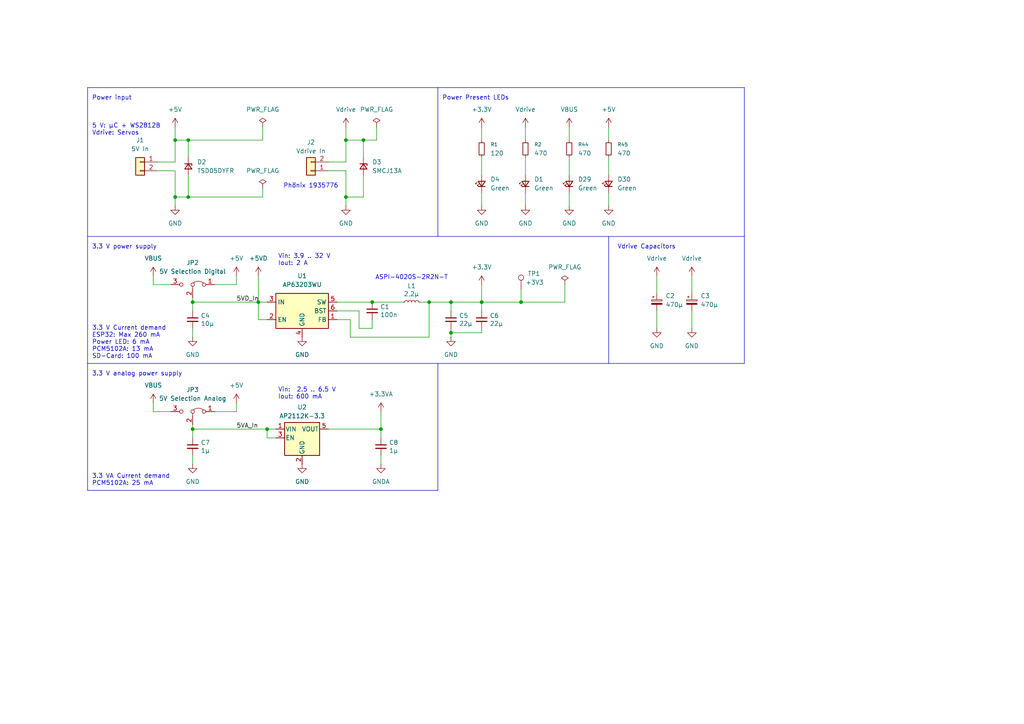
<source format=kicad_sch>
(kicad_sch (version 20250114) (generator "eeschema") (generator_version "9.0")
  (paper "A4")
  (lib_symbols
    (symbol "Connector:TestPoint" (pin_numbers (hide yes)) (pin_names (offset 0.762) (hide yes))
      (property "Reference" "TP" (at 0 6.858 0))
      (property "Value" "TestPoint" (at 0 5.08 0))
      (symbol "TestPoint_0_1"
        (circle (center 0 3.302) (radius 0.762))
      )
      (symbol "TestPoint_1_1"
        (pin passive line (at 0 0 90) (length 2.54) (name "1") (number "1"))
      )
    )
    (symbol "Connector_Generic:Conn_01x02" (pin_names (offset 1.016) (hide yes))
      (property "Reference" "J" (at 0 2.54 0))
      (property "Value" "Conn_01x02" (at 0 -5.08 0))
      (symbol "Conn_01x02_1_1"
        (rectangle (start -1.27 1.27) (end 1.27 -3.81) (stroke (width 0.254)) (fill (type background)))
        (rectangle (start -1.27 0.127) (end 0 -0.127) (stroke (width 0.1524)))
        (rectangle (start -1.27 -2.413) (end 0 -2.667) (stroke (width 0.1524)))
        (pin passive line (at -5.08 0 0) (length 3.81) (name "Pin_1") (number "1"))
        (pin passive line (at -5.08 -2.54 0) (length 3.81) (name "Pin_2") (number "2"))
      )
    )
    (symbol "Device:C_Polarized_Small" (pin_numbers (hide yes)) (pin_names (offset 0.254) (hide yes))
      (property "Reference" "C" (at 0.254 1.778 0))
      (property "Value" "C_Polarized_Small" (at 0.254 -2.032 0))
      (symbol "C_Polarized_Small_0_1"
        (rectangle (start -1.524 0.6858) (end 1.524 0.3048))
        (rectangle (start -1.524 -0.3048) (end 1.524 -0.6858) (fill (type outline)))
        (polyline (pts (xy -1.27 1.524) (xy -0.762 1.524)))
        (polyline (pts (xy -1.016 1.27) (xy -1.016 1.778)))
      )
      (symbol "C_Polarized_Small_1_1"
        (pin passive line (at 0 2.54 270) (length 1.8542) (name "~") (number "1"))
        (pin passive line (at 0 -2.54 90) (length 1.8542) (name "~") (number "2"))
      )
    )
    (symbol "Device:C_Small" (pin_numbers (hide yes)) (pin_names (offset 0.254) (hide yes))
      (property "Reference" "C" (at 0.254 1.778 0))
      (property "Value" "C_Small" (at 0.254 -2.032 0))
      (symbol "C_Small_0_1"
        (polyline (pts (xy -1.524 0.508) (xy 1.524 0.508)) (stroke (width 0.3048)))
        (polyline (pts (xy -1.524 -0.508) (xy 1.524 -0.508)) (stroke (width 0.3302)))
      )
      (symbol "C_Small_1_1"
        (pin passive line (at 0 2.54 270) (length 2.032) (name "~") (number "1"))
        (pin passive line (at 0 -2.54 90) (length 2.032) (name "~") (number "2"))
      )
    )
    (symbol "Device:D_Zener_Small" (pin_numbers (hide yes)) (pin_names (offset 0.254) (hide yes))
      (property "Reference" "D" (at 0 2.286 0))
      (property "Value" "D_Zener_Small" (at 0 -2.286 0))
      (symbol "D_Zener_Small_0_1"
        (polyline (pts (xy -0.254 1.016) (xy -0.762 1.016) (xy -0.762 -1.016)) (stroke (width 0.254)))
        (polyline (pts (xy 0.762 1.016) (xy -0.762 0) (xy 0.762 -1.016) (xy 0.762 1.016)) (stroke (width 0.254)))
        (polyline (pts (xy 0.762 0) (xy -0.762 0)))
      )
      (symbol "D_Zener_Small_1_1"
        (pin passive line (at -2.54 0 0) (length 1.778) (name "K") (number "1"))
        (pin passive line (at 2.54 0 180) (length 1.778) (name "A") (number "2"))
      )
    )
    (symbol "Device:L_Small" (pin_numbers (hide yes)) (pin_names (offset 0.254) (hide yes))
      (property "Reference" "L" (at 0.762 1.016 0))
      (property "Value" "L_Small" (at 0.762 -1.016 0))
      (symbol "L_Small_0_1"
        (arc (start 0 2.032) (mid 0.5058 1.524) (end 0 1.016))
        (arc (start 0 1.016) (mid 0.5058 0.508) (end 0 0))
        (arc (start 0 0) (mid 0.5058 -0.508) (end 0 -1.016))
        (arc (start 0 -1.016) (mid 0.5058 -1.524) (end 0 -2.032))
      )
      (symbol "L_Small_1_1"
        (pin passive line (at 0 2.54 270) (length 0.508) (name "~") (number "1"))
        (pin passive line (at 0 -2.54 90) (length 0.508) (name "~") (number "2"))
      )
    )
    (symbol "GND_1" (power) (pin_numbers (hide yes)) (pin_names (offset 0) (hide yes))
      (property "Value" "GND" (at 0 -3.81 0))
      (symbol "GND_1_0_1"
        (polyline (pts (xy 0 0) (xy 0 -1.27) (xy 1.27 -1.27) (xy 0 -2.54) (xy -1.27 -1.27) (xy 0 -1.27)))
      )
      (symbol "GND_1_1_1"
        (pin power_in line (at 0 0 270) (length 0) (name "~") (number "1"))
      )
    )
    (symbol "Jumper:Jumper_3_Bridged12" (pin_names (offset 0) (hide yes)) (in_bom no)
      (property "Reference" "JP" (at -2.54 -2.54 0))
      (property "Value" "Jumper_3_Bridged12" (at 0 2.794 0))
      (symbol "Jumper_3_Bridged12_0_0"
        (circle (center -3.302 0) (radius 0.508))
        (circle (center 0 0) (radius 0.508))
        (circle (center 3.302 0) (radius 0.508))
      )
      (symbol "Jumper_3_Bridged12_0_1"
        (arc (start -3.048 0.508) (mid -1.651 0.9912) (end -0.254 0.508))
        (polyline (pts (xy 0 -1.27) (xy 0 -0.508)))
      )
      (symbol "Jumper_3_Bridged12_1_1"
        (pin passive line (at -6.35 0 0) (length 2.54) (name "A") (number "1"))
        (pin passive line (at 0 -3.81 90) (length 2.54) (name "C") (number "2"))
        (pin passive line (at 6.35 0 180) (length 2.54) (name "B") (number "3"))
      )
    )
    (symbol "LED_Small_1" (pin_numbers (hide yes)) (pin_names (offset 0.254) (hide yes))
      (property "Reference" "D" (at -1.27 3.175 0))
      (property "Value" "LED_Small" (at -4.445 -2.54 0))
      (symbol "LED_Small_1_0_1"
        (polyline (pts (xy -0.762 -1.016) (xy -0.762 1.016)) (stroke (width 0.254)))
        (polyline (pts (xy 0 0.762) (xy -0.508 1.27) (xy -0.254 1.27) (xy -0.508 1.27) (xy -0.508 1.016)))
        (polyline (pts (xy 0.508 1.27) (xy 0 1.778) (xy 0.254 1.778) (xy 0 1.778) (xy 0 1.524)))
        (polyline (pts (xy 0.762 -1.016) (xy -0.762 0) (xy 0.762 1.016) (xy 0.762 -1.016)) (stroke (width 0.254)))
        (polyline (pts (xy 1.016 0) (xy -0.762 0)))
      )
      (symbol "LED_Small_1_1_1"
        (pin passive line (at -2.54 0 0) (length 1.778) (name "K") (number "1"))
        (pin passive line (at 2.54 0 180) (length 1.778) (name "A") (number "2"))
      )
    )
    (symbol "R_Small_1" (pin_numbers (hide yes)) (pin_names (offset 0.254) (hide yes))
      (property "Reference" "R" (at 0 0 90))
      (property "Value" "R_Small" (at 1.778 0 90))
      (symbol "R_Small_1_0_1"
        (rectangle (start -0.762 1.778) (end 0.762 -1.778) (stroke (width 0.2032)))
      )
      (symbol "R_Small_1_1_1"
        (pin passive line (at 0 2.54 270) (length 0.762) (name "~") (number "1"))
        (pin passive line (at 0 -2.54 90) (length 0.762) (name "~") (number "2"))
      )
    )
    (symbol "Regulator_Linear:AP2112K-3.3" (pin_names (offset 0.254))
      (property "Reference" "U" (at -5.08 5.715 0))
      (property "Value" "AP2112K-3.3" (at 0 5.715 0))
      (symbol "AP2112K-3.3_0_1"
        (rectangle (start -5.08 4.445) (end 5.08 -5.08) (stroke (width 0.254)) (fill (type background)))
      )
      (symbol "AP2112K-3.3_1_1"
        (pin power_in line (at -7.62 2.54 0) (length 2.54) (name "VIN") (number "1"))
        (pin input line (at -7.62 0 0) (length 2.54) (name "EN") (number "3"))
        (pin power_in line (at 0 -7.62 90) (length 2.54) (name "GND") (number "2"))
        (pin no_connect line (at 5.08 0 180) (length 2.54) (hide yes) (name "NC") (number "4"))
        (pin power_out line (at 7.62 2.54 180) (length 2.54) (name "VOUT") (number "5"))
      )
    )
    (symbol "Regulator_Switching:AP63203WU"
      (property "Reference" "U" (at -7.62 6.35 0))
      (property "Value" "AP63203WU" (at 2.54 6.35 0))
      (symbol "AP63203WU_0_1"
        (rectangle (start -7.62 5.08) (end 7.62 -5.08) (stroke (width 0.254)) (fill (type background)))
      )
      (symbol "AP63203WU_1_1"
        (pin power_in line (at -10.16 2.54 0) (length 2.54) (name "IN") (number "3"))
        (pin input line (at -10.16 -2.54 0) (length 2.54) (name "EN") (number "2"))
        (pin power_in line (at 0 -7.62 90) (length 2.54) (name "GND") (number "4"))
        (pin output line (at 10.16 2.54 180) (length 2.54) (name "SW") (number "5"))
        (pin passive line (at 10.16 0 180) (length 2.54) (name "BST") (number "6"))
        (pin input line (at 10.16 -2.54 180) (length 2.54) (name "FB") (number "1"))
      )
    )
    (symbol "power:+3.3V" (power) (pin_numbers (hide yes)) (pin_names (offset 0) (hide yes))
      (property "Value" "+3.3V" (at 0 3.556 0))
      (symbol "+3.3V_0_1"
        (polyline (pts (xy -0.762 1.27) (xy 0 2.54)))
        (polyline (pts (xy 0 2.54) (xy 0.762 1.27)))
        (polyline (pts (xy 0 0) (xy 0 2.54)))
      )
      (symbol "+3.3V_1_1"
        (pin power_in line (at 0 0 90) (length 0) (name "~") (number "1"))
      )
    )
    (symbol "power:+3.3VA" (power) (pin_numbers (hide yes)) (pin_names (offset 0) (hide yes))
      (property "Value" "+3.3VA" (at 0 3.556 0))
      (symbol "+3.3VA_0_1"
        (polyline (pts (xy -0.762 1.27) (xy 0 2.54)))
        (polyline (pts (xy 0 2.54) (xy 0.762 1.27)))
        (polyline (pts (xy 0 0) (xy 0 2.54)))
      )
      (symbol "+3.3VA_1_1"
        (pin power_in line (at 0 0 90) (length 0) (name "~") (number "1"))
      )
    )
    (symbol "power:+5V" (power) (pin_numbers (hide yes)) (pin_names (offset 0) (hide yes))
      (property "Value" "+5V" (at 0 3.556 0))
      (symbol "+5V_0_1"
        (polyline (pts (xy -0.762 1.27) (xy 0 2.54)))
        (polyline (pts (xy 0 2.54) (xy 0.762 1.27)))
        (polyline (pts (xy 0 0) (xy 0 2.54)))
      )
      (symbol "+5V_1_1"
        (pin power_in line (at 0 0 90) (length 0) (name "~") (number "1"))
      )
    )
    (symbol "power:+5VD" (power) (pin_numbers (hide yes)) (pin_names (offset 0) (hide yes))
      (property "Value" "+5VD" (at 0 3.556 0))
      (symbol "+5VD_0_1"
        (polyline (pts (xy -0.762 1.27) (xy 0 2.54)))
        (polyline (pts (xy 0 2.54) (xy 0.762 1.27)))
        (polyline (pts (xy 0 0) (xy 0 2.54)))
      )
      (symbol "+5VD_1_1"
        (pin power_in line (at 0 0 90) (length 0) (name "~") (number "1"))
      )
    )
    (symbol "power:GNDA" (power) (pin_numbers (hide yes)) (pin_names (offset 0) (hide yes))
      (property "Value" "GNDA" (at 0 -3.81 0))
      (symbol "GNDA_0_1"
        (polyline (pts (xy 0 0) (xy 0 -1.27) (xy 1.27 -1.27) (xy 0 -2.54) (xy -1.27 -1.27) (xy 0 -1.27)))
      )
      (symbol "GNDA_1_1"
        (pin power_in line (at 0 0 270) (length 0) (name "~") (number "1"))
      )
    )
    (symbol "power:PWR_FLAG" (power) (pin_numbers (hide yes)) (pin_names (offset 0) (hide yes))
      (property "Value" "PWR_FLAG" (at 0 3.81 0))
      (symbol "PWR_FLAG_0_0"
        (pin power_out line (at 0 0 90) (length 0) (name "~") (number "1"))
      )
      (symbol "PWR_FLAG_0_1"
        (polyline (pts (xy 0 0) (xy 0 1.27) (xy -1.016 1.905) (xy 0 2.54) (xy 1.016 1.905) (xy 0 1.27)))
      )
    )
    (symbol "power:VBUS" (power) (pin_numbers (hide yes)) (pin_names (offset 0) (hide yes))
      (property "Value" "VBUS" (at 0 3.556 0))
      (symbol "VBUS_0_1"
        (polyline (pts (xy -0.762 1.27) (xy 0 2.54)))
        (polyline (pts (xy 0 2.54) (xy 0.762 1.27)))
        (polyline (pts (xy 0 0) (xy 0 2.54)))
      )
      (symbol "VBUS_1_1"
        (pin power_in line (at 0 0 90) (length 0) (name "~") (number "1"))
      )
    )
    (symbol "power:Vdrive" (power) (pin_numbers (hide yes)) (pin_names (offset 0) (hide yes))
      (property "Value" "Vdrive" (at 0 3.556 0))
      (symbol "Vdrive_0_1"
        (polyline (pts (xy -0.762 1.27) (xy 0 2.54)))
        (polyline (pts (xy 0 2.54) (xy 0.762 1.27)))
        (polyline (pts (xy 0 0) (xy 0 2.54)))
      )
      (symbol "Vdrive_1_1"
        (pin power_in line (at 0 0 90) (length 0) (name "~") (number "1"))
      )
    )
  )
  (text "Power Present LEDs" (at 128.27 29.21 0) (effects (font (size 1.27 1.27)) (justify left bottom)))
  (text "Vdrive Capacitors" (at 179.07 72.39 0) (effects (font (size 1.27 1.27)) (justify left bottom)))
  (text "Phönix 1935776" (at 90.17 53.975 0) (effects (font (size 1.27 1.27))))
  (text "Power input" (at 26.67 29.21 0) (effects (font (size 1.27 1.27)) (justify left bottom)))
  (text "Vin:  2.5 .. 6.5 V\nIout: 600 mA" (at 80.645 112.395 0) (effects (font (size 1.27 1.27)) (justify left top)))
  (text "ASPI-4020S-2R2N-T" (at 119.38 81.28 0) (effects (font (size 1.27 1.27)) (justify bottom)))
  (text "3.3 V Current demand\nESP32: Max 260 mA\nPower LED: 6 mA\nPCM5102A: 13 mA\nSD-Card: 100 mA" (at 26.67 104.14 0) (effects (font (size 1.27 1.27)) (justify left bottom)))
  (text "5 V: µC + WS2812B\nVdrive: Servos" (at 26.67 39.37 0) (effects (font (size 1.27 1.27)) (justify left bottom)))
  (text "3.3 V power supply" (at 26.67 72.39 0) (effects (font (size 1.27 1.27)) (justify left bottom)))
  (text "Vin: 3.9 .. 32 V\nIout: 2 A" (at 80.645 73.66 0) (effects (font (size 1.27 1.27)) (justify left top)))
  (text "3.3 VA Current demand\nPCM5102A: 25 mA" (at 26.67 140.97 0) (effects (font (size 1.27 1.27)) (justify left bottom)))
  (text "3.3 V analog power supply" (at 26.67 109.22 0) (effects (font (size 1.27 1.27)) (justify left bottom)))
  (junction (at 100.33 57.15))
  (junction (at 124.46 87.63))
  (junction (at 100.33 40.64))
  (junction (at 74.93 87.63))
  (junction (at 130.81 96.52))
  (junction (at 50.8 57.15))
  (junction (at 105.41 40.64))
  (junction (at 50.8 40.64))
  (junction (at 77.47 124.46))
  (junction (at 110.49 124.46))
  (junction (at 55.88 124.46))
  (junction (at 151.13 87.63))
  (junction (at 55.88 87.63))
  (junction (at 54.61 40.64))
  (junction (at 54.61 57.15))
  (junction (at 139.7 87.63))
  (junction (at 130.81 87.63))
  (junction (at 107.95 87.63))
  (wire (pts (xy 97.79 87.63) (xy 107.95 87.63)))
  (wire (pts (xy 77.47 92.71) (xy 74.93 92.71)))
  (wire (pts (xy 165.1 55.88) (xy 165.1 59.69)))
  (wire (pts (xy 110.49 124.46) (xy 110.49 127)))
  (wire (pts (xy 54.61 40.64) (xy 50.8 40.64)))
  (wire (pts (xy 200.66 85.09) (xy 200.66 80.01)))
  (wire (pts (xy 190.5 85.09) (xy 190.5 80.01)))
  (wire (pts (xy 77.47 124.46) (xy 55.88 124.46)))
  (wire (pts (xy 55.88 132.08) (xy 55.88 134.62)))
  (polyline (pts (xy 215.9 25.4) (xy 25.4 25.4)))
  (wire (pts (xy 130.81 95.25) (xy 130.81 96.52)))
  (wire (pts (xy 130.81 87.63) (xy 130.81 90.17)))
  (wire (pts (xy 80.01 127) (xy 77.47 127)))
  (wire (pts (xy 163.83 82.55) (xy 163.83 87.63)))
  (wire (pts (xy 105.41 57.15) (xy 100.33 57.15)))
  (wire (pts (xy 152.4 36.83) (xy 152.4 40.64)))
  (wire (pts (xy 76.2 40.64) (xy 54.61 40.64)))
  (wire (pts (xy 200.66 95.25) (xy 200.66 90.17)))
  (wire (pts (xy 97.79 92.71) (xy 101.6 92.71)))
  (wire (pts (xy 105.41 50.8) (xy 105.41 57.15)))
  (wire (pts (xy 97.79 90.17) (xy 104.14 90.17)))
  (wire (pts (xy 107.95 95.25) (xy 107.95 92.71)))
  (wire (pts (xy 139.7 45.72) (xy 139.7 50.8)))
  (wire (pts (xy 80.01 124.46) (xy 77.47 124.46)))
  (polyline (pts (xy 25.4 105.41) (xy 25.4 142.24)))
  (wire (pts (xy 104.14 90.17) (xy 104.14 95.25)))
  (wire (pts (xy 95.25 46.99) (xy 100.33 46.99)))
  (wire (pts (xy 151.13 83.82) (xy 151.13 87.63)))
  (wire (pts (xy 76.2 54.61) (xy 76.2 57.15)))
  (wire (pts (xy 165.1 36.83) (xy 165.1 40.64)))
  (wire (pts (xy 76.2 57.15) (xy 54.61 57.15)))
  (wire (pts (xy 54.61 50.8) (xy 54.61 57.15)))
  (wire (pts (xy 165.1 45.72) (xy 165.1 50.8)))
  (polyline (pts (xy 25.4 68.58) (xy 25.4 105.41)))
  (wire (pts (xy 139.7 87.63) (xy 151.13 87.63)))
  (wire (pts (xy 124.46 87.63) (xy 130.81 87.63)))
  (wire (pts (xy 100.33 57.15) (xy 100.33 59.69)))
  (wire (pts (xy 74.93 87.63) (xy 77.47 87.63)))
  (wire (pts (xy 77.47 127) (xy 77.47 124.46)))
  (wire (pts (xy 50.8 46.99) (xy 50.8 40.64)))
  (wire (pts (xy 68.58 119.38) (xy 68.58 116.84)))
  (wire (pts (xy 49.53 119.38) (xy 44.45 119.38)))
  (polyline (pts (xy 215.9 68.58) (xy 215.9 25.4)))
  (wire (pts (xy 49.53 82.55) (xy 44.45 82.55)))
  (wire (pts (xy 105.41 40.64) (xy 105.41 45.72)))
  (wire (pts (xy 100.33 40.64) (xy 100.33 36.83)))
  (polyline (pts (xy 127 142.24) (xy 25.4 142.24)))
  (wire (pts (xy 121.92 87.63) (xy 124.46 87.63)))
  (polyline (pts (xy 127 25.4) (xy 127 68.58)))
  (wire (pts (xy 152.4 45.72) (xy 152.4 50.8)))
  (wire (pts (xy 44.45 119.38) (xy 44.45 116.84)))
  (wire (pts (xy 95.25 49.53) (xy 100.33 49.53)))
  (polyline (pts (xy 215.9 105.41) (xy 25.4 105.41)))
  (wire (pts (xy 176.53 55.88) (xy 176.53 59.69)))
  (wire (pts (xy 104.14 95.25) (xy 107.95 95.25)))
  (wire (pts (xy 152.4 55.88) (xy 152.4 59.69)))
  (wire (pts (xy 109.22 36.83) (xy 109.22 40.64)))
  (wire (pts (xy 139.7 87.63) (xy 130.81 87.63)))
  (wire (pts (xy 68.58 82.55) (xy 68.58 80.01)))
  (wire (pts (xy 76.2 36.83) (xy 76.2 40.64)))
  (wire (pts (xy 45.72 49.53) (xy 50.8 49.53)))
  (wire (pts (xy 139.7 55.88) (xy 139.7 59.69)))
  (wire (pts (xy 55.88 86.36) (xy 55.88 87.63)))
  (wire (pts (xy 100.33 49.53) (xy 100.33 57.15)))
  (wire (pts (xy 176.53 45.72) (xy 176.53 50.8)))
  (wire (pts (xy 95.25 124.46) (xy 110.49 124.46)))
  (wire (pts (xy 54.61 57.15) (xy 50.8 57.15)))
  (polyline (pts (xy 215.9 68.58) (xy 215.9 105.41)))
  (wire (pts (xy 44.45 82.55) (xy 44.45 80.01)))
  (wire (pts (xy 55.88 90.17) (xy 55.88 87.63)))
  (wire (pts (xy 74.93 87.63) (xy 74.93 92.71)))
  (polyline (pts (xy 25.4 25.4) (xy 25.4 68.58)))
  (wire (pts (xy 45.72 46.99) (xy 50.8 46.99)))
  (wire (pts (xy 130.81 96.52) (xy 130.81 97.79)))
  (wire (pts (xy 110.49 124.46) (xy 110.49 119.38)))
  (wire (pts (xy 176.53 36.83) (xy 176.53 40.64)))
  (wire (pts (xy 62.23 82.55) (xy 68.58 82.55)))
  (wire (pts (xy 124.46 87.63) (xy 124.46 97.79)))
  (wire (pts (xy 55.88 97.79) (xy 55.88 95.25)))
  (wire (pts (xy 130.81 96.52) (xy 139.7 96.52)))
  (wire (pts (xy 50.8 57.15) (xy 50.8 59.69)))
  (wire (pts (xy 55.88 124.46) (xy 55.88 123.19)))
  (wire (pts (xy 55.88 124.46) (xy 55.88 127)))
  (wire (pts (xy 109.22 40.64) (xy 105.41 40.64)))
  (wire (pts (xy 151.13 87.63) (xy 163.83 87.63)))
  (wire (pts (xy 50.8 40.64) (xy 50.8 36.83)))
  (wire (pts (xy 139.7 36.83) (xy 139.7 40.64)))
  (polyline (pts (xy 176.53 68.58) (xy 176.53 105.41)))
  (wire (pts (xy 50.8 49.53) (xy 50.8 57.15)))
  (wire (pts (xy 139.7 90.17) (xy 139.7 87.63)))
  (wire (pts (xy 55.88 87.63) (xy 74.93 87.63)))
  (wire (pts (xy 101.6 92.71) (xy 101.6 97.79)))
  (wire (pts (xy 100.33 46.99) (xy 100.33 40.64)))
  (wire (pts (xy 110.49 132.08) (xy 110.49 134.62)))
  (wire (pts (xy 107.95 87.63) (xy 116.84 87.63)))
  (wire (pts (xy 62.23 119.38) (xy 68.58 119.38)))
  (wire (pts (xy 139.7 82.55) (xy 139.7 87.63)))
  (wire (pts (xy 139.7 96.52) (xy 139.7 95.25)))
  (wire (pts (xy 190.5 95.25) (xy 190.5 90.17)))
  (wire (pts (xy 54.61 40.64) (xy 54.61 45.72)))
  (wire (pts (xy 74.93 80.01) (xy 74.93 87.63)))
  (wire (pts (xy 105.41 40.64) (xy 100.33 40.64)))
  (wire (pts (xy 101.6 97.79) (xy 124.46 97.79)))
  (polyline (pts (xy 127 105.41) (xy 127 142.24)))
  (polyline (pts (xy 25.4 68.58) (xy 215.9 68.58)))
  (label "5VD_In" (at 68.58 87.63 0))
  (label "5VA_In" (at 68.58 124.46 0))
  (symbol (lib_id "power:+3.3VA") (at 110.49 119.38 0) (unit 1)
    (property "Reference" "#PWR019" (effects (hide yes)))
    (property "Value" "+3.3VA" (at 110.49 114.3 0))
    (property "Description" "Power symbol creates a global label with name \"+3.3VA\"" (effects (hide yes)))
  )
  (symbol (lib_name "LED_Small_1") (lib_id "Device:LED_Small") (at 176.53 53.34 90) (unit 1)
    (property "Reference" "D30" (at 179.07 52.0064 90) (effects (justify right)))
    (property "Value" "Green" (at 179.07 54.5464 90) (effects (justify right)))
    (property "Footprint" "LED_SMD:LED_0805_2012Metric" (effects (hide yes)))
    (property "Description" "Light emitting diode, small symbol" (effects (hide yes)))
    (property "Sim.Pin" "1=K 2=A" (effects (hide yes)))
  )
  (symbol (lib_id "power:+5V") (at 176.53 36.83 0) (unit 1)
    (property "Reference" "#PWR0172" (effects (hide yes)))
    (property "Value" "+5V" (at 176.53 31.75 0))
    (property "Description" "Power symbol creates a global label with name \"+5V\"" (effects (hide yes)))
  )
  (symbol (lib_name "R_Small_1") (lib_id "Device:R_Small") (at 139.7 43.18 0) (unit 1)
    (property "Reference" "R1" (at 142.24 41.9099 0) (effects (font (size 1.016 1.016)) (justify left)))
    (property "Value" "120" (at 142.24 44.4499 0) (effects (justify left)))
    (property "Footprint" "Resistor_SMD:R_0603_1608Metric" (effects (hide yes)))
    (property "Description" "Resistor, small symbol" (effects (hide yes)))
  )
  (symbol (lib_id "power:VBUS") (at 44.45 80.01 0) (unit 1)
    (property "Reference" "#PWR0169" (effects (hide yes)))
    (property "Value" "VBUS" (at 44.45 74.93 0))
  )
  (symbol (lib_id "Device:C_Small") (at 107.95 90.17 0) (unit 1)
    (property "Reference" "C1" (at 110.2868 89.0016 0) (effects (justify left)))
    (property "Value" "100n" (at 110.2868 91.313 0) (effects (justify left)))
    (property "Footprint" "Capacitor_SMD:C_0603_1608Metric" (effects (hide yes)))
  )
  (symbol (lib_id "Device:C_Small") (at 55.88 129.54 0) (unit 1)
    (property "Reference" "C7" (at 58.2168 128.3716 0) (effects (justify left)))
    (property "Value" "1µ" (at 58.2168 130.683 0) (effects (justify left)))
    (property "Footprint" "Capacitor_SMD:C_0603_1608Metric" (effects (hide yes)))
  )
  (symbol (lib_id "Device:C_Small") (at 130.81 92.71 0) (unit 1)
    (property "Reference" "C5" (at 133.1468 91.5416 0) (effects (justify left)))
    (property "Value" "22µ" (at 133.1468 93.853 0) (effects (justify left)))
    (property "Footprint" "Capacitor_SMD:C_0805_2012Metric" (effects (hide yes)))
  )
  (symbol (lib_name "GND_1") (lib_id "power:GND") (at 130.81 97.79 0) (unit 1)
    (property "Reference" "#PWR013" (effects (hide yes)))
    (property "Value" "GND" (at 130.81 102.87 0))
    (property "Description" "Power symbol creates a global label with name \"GND\" , ground" (effects (hide yes)))
  )
  (symbol (lib_id "power:Vdrive") (at 190.5 80.01 0) (unit 1)
    (property "Reference" "#PWR010" (effects (hide yes)))
    (property "Value" "Vdrive" (at 190.5 74.93 0))
    (property "Description" "Power symbol creates a global label with name \"Vdrive\"" (effects (hide yes)))
  )
  (symbol (lib_id "Regulator_Linear:AP2112K-3.3") (at 87.63 127 0) (unit 1)
    (property "Reference" "U2" (at 87.63 118.11 0))
    (property "Value" "AP2112K-3.3" (at 87.63 120.65 0))
    (property "Footprint" "Package_TO_SOT_SMD:SOT-23-5" (effects (hide yes)))
    (property "Datasheet" "https://www.diodes.com/assets/Datasheets/AP2112.pdf" (effects (hide yes)))
    (property "Description" "600mA low dropout linear regulator, with enable pin, 3.8V-6V input voltage range, 3.3V fixed positive output, SOT-23-5" (effects (hide yes)))
  )
  (symbol (lib_name "LED_Small_1") (lib_id "Device:LED_Small") (at 165.1 53.34 90) (unit 1)
    (property "Reference" "D29" (at 167.64 52.0064 90) (effects (justify right)))
    (property "Value" "Green" (at 167.64 54.5464 90) (effects (justify right)))
    (property "Footprint" "LED_SMD:LED_0805_2012Metric" (effects (hide yes)))
    (property "Description" "Light emitting diode, small symbol" (effects (hide yes)))
    (property "Sim.Pin" "1=K 2=A" (effects (hide yes)))
  )
  (symbol (lib_id "power:Vdrive") (at 152.4 36.83 0) (unit 1)
    (property "Reference" "#PWR04" (effects (hide yes)))
    (property "Value" "Vdrive" (at 152.4 31.75 0))
    (property "Description" "Power symbol creates a global label with name \"Vdrive\"" (effects (hide yes)))
  )
  (symbol (lib_name "R_Small_1") (lib_id "Device:R_Small") (at 165.1 43.18 0) (unit 1)
    (property "Reference" "R44" (at 167.64 41.9099 0) (effects (font (size 1.016 1.016)) (justify left)))
    (property "Value" "470" (at 167.64 44.4499 0) (effects (justify left)))
    (property "Footprint" "Resistor_SMD:R_0603_1608Metric" (effects (hide yes)))
    (property "Description" "Resistor, small symbol" (effects (hide yes)))
  )
  (symbol (lib_id "power:PWR_FLAG") (at 76.2 36.83 0) (unit 1)
    (property "Reference" "#FLG01" (effects (hide yes)))
    (property "Value" "PWR_FLAG" (at 76.2 31.75 0))
    (property "Description" "Special symbol for telling ERC where power comes from" (effects (hide yes)))
  )
  (symbol (lib_id "power:+3.3V") (at 139.7 36.83 0) (unit 1)
    (property "Reference" "#PWR03" (effects (hide yes)))
    (property "Value" "+3.3V" (at 139.7 31.75 0))
    (property "Description" "Power symbol creates a global label with name \"+3.3V\"" (effects (hide yes)))
  )
  (symbol (lib_name "GND_1") (lib_id "power:GND") (at 55.88 97.79 0) (unit 1)
    (property "Reference" "#PWR016" (effects (hide yes)))
    (property "Value" "GND" (at 55.88 102.87 0))
    (property "Description" "Power symbol creates a global label with name \"GND\" , ground" (effects (hide yes)))
  )
  (symbol (lib_id "power:PWR_FLAG") (at 76.2 54.61 0) (unit 1)
    (property "Reference" "#FLG03" (effects (hide yes)))
    (property "Value" "PWR_FLAG" (at 76.2 49.53 0))
    (property "Description" "Special symbol for telling ERC where power comes from" (effects (hide yes)))
  )
  (symbol (lib_id "power:PWR_FLAG") (at 163.83 82.55 0) (unit 1)
    (property "Reference" "#FLG04" (effects (hide yes)))
    (property "Value" "PWR_FLAG" (at 163.83 77.47 0))
    (property "Description" "Special symbol for telling ERC where power comes from" (effects (hide yes)))
  )
  (symbol (lib_id "Regulator_Switching:AP63203WU") (at 87.63 90.17 0) (unit 1)
    (property "Reference" "U1" (at 87.63 80.01 0))
    (property "Value" "AP63203WU" (at 87.63 82.55 0))
    (property "Footprint" "Package_TO_SOT_SMD:TSOT-23-6" (effects (hide yes)))
    (property "Datasheet" "https://www.diodes.com/assets/Datasheets/AP63200-AP63201-AP63203-AP63205.pdf" (effects (hide yes)))
  )
  (symbol (lib_id "power:+5V") (at 68.58 80.01 0) (unit 1)
    (property "Reference" "#PWR012" (effects (hide yes)))
    (property "Value" "+5V" (at 68.58 74.93 0))
    (property "Description" "Power symbol creates a global label with name \"+5V\"" (effects (hide yes)))
  )
  (symbol (lib_name "GND_1") (lib_id "power:GND") (at 50.8 59.69 0) (unit 1)
    (property "Reference" "#PWR05" (effects (hide yes)))
    (property "Value" "GND" (at 50.8 64.77 0))
    (property "Description" "Power symbol creates a global label with name \"GND\" , ground" (effects (hide yes)))
  )
  (symbol (lib_name "GND_1") (lib_id "power:GND") (at 190.5 95.25 0) (unit 1)
    (property "Reference" "#PWR014" (effects (hide yes)))
    (property "Value" "GND" (at 190.5 100.33 0))
    (property "Description" "Power symbol creates a global label with name \"GND\" , ground" (effects (hide yes)))
  )
  (symbol (lib_id "Device:C_Polarized_Small") (at 200.66 87.63 0) (unit 1)
    (property "Reference" "C3" (at 203.2 85.8139 0) (effects (justify left)))
    (property "Value" "470µ" (at 203.2 88.3539 0) (effects (justify left)))
    (property "Footprint" "Capacitor_THT:CP_Radial_D8.0mm_P3.50mm" (effects (hide yes)))
  )
  (symbol (lib_id "power:+5V") (at 68.58 116.84 0) (unit 1)
    (property "Reference" "#PWR0117" (effects (hide yes)))
    (property "Value" "+5V" (at 68.58 111.76 0))
    (property "Description" "Power symbol creates a global label with name \"+5V\"" (effects (hide yes)))
  )
  (symbol (lib_id "Device:C_Small") (at 110.49 129.54 0) (unit 1)
    (property "Reference" "C8" (at 112.8268 128.3716 0) (effects (justify left)))
    (property "Value" "1µ" (at 112.8268 130.683 0) (effects (justify left)))
    (property "Footprint" "Capacitor_SMD:C_0603_1608Metric" (effects (hide yes)))
  )
  (symbol (lib_id "Device:C_Small") (at 139.7 92.71 0) (unit 1)
    (property "Reference" "C6" (at 142.0368 91.5416 0) (effects (justify left)))
    (property "Value" "22µ" (at 142.0368 93.853 0) (effects (justify left)))
    (property "Footprint" "Capacitor_SMD:C_0805_2012Metric" (effects (hide yes)))
  )
  (symbol (lib_name "GND_1") (lib_id "power:GND") (at 165.1 59.69 0) (unit 1)
    (property "Reference" "#PWR0171" (effects (hide yes)))
    (property "Value" "GND" (at 165.1 64.77 0))
    (property "Description" "Power symbol creates a global label with name \"GND\" , ground" (effects (hide yes)))
  )
  (symbol (lib_id "Device:L_Small") (at 119.38 87.63 90) (unit 1)
    (property "Reference" "L1" (at 119.38 82.931 90))
    (property "Value" "2,2µ" (at 119.38 85.2424 90))
    (property "Footprint" "Inductor_SMD:L_APV_ANR4020" (effects (hide yes)))
  )
  (symbol (lib_name "GND_1") (lib_id "power:GND") (at 87.63 134.62 0) (unit 1)
    (property "Reference" "#PWR021" (effects (hide yes)))
    (property "Value" "GND" (at 87.63 139.7 0))
    (property "Description" "Power symbol creates a global label with name \"GND\" , ground" (effects (hide yes)))
  )
  (symbol (lib_id "power:+3.3V") (at 139.7 82.55 0) (unit 1)
    (property "Reference" "#PWR09" (effects (hide yes)))
    (property "Value" "+3.3V" (at 139.7 77.47 0))
    (property "Description" "Power symbol creates a global label with name \"+3.3V\"" (effects (hide yes)))
  )
  (symbol (lib_id "Connector_Generic:Conn_01x02") (at 40.64 46.99 0) (mirror y) (unit 1)
    (property "Reference" "J1" (at 40.64 40.64 0))
    (property "Value" "5V In" (at 40.64 43.18 0))
    (property "Footprint" "Connector_JST:JST_XH_B2B-XH-A_1x02_P2.50mm_Vertical" (effects (hide yes)))
    (property "Description" "Generic connector, single row, 01x02, script generated (kicad-library-utils/schlib/autogen/connector/)" (effects (hide yes)))
  )
  (symbol (lib_id "power:GNDA") (at 110.49 134.62 0) (unit 1)
    (property "Reference" "#PWR022" (effects (hide yes)))
    (property "Value" "GNDA" (at 110.49 139.7 0))
    (property "Description" "Power symbol creates a global label with name \"GNDA\" , analog ground" (effects (hide yes)))
  )
  (symbol (lib_name "GND_1") (lib_id "power:GND") (at 139.7 59.69 0) (unit 1)
    (property "Reference" "#PWR07" (effects (hide yes)))
    (property "Value" "GND" (at 139.7 64.77 0))
    (property "Description" "Power symbol creates a global label with name \"GND\" , ground" (effects (hide yes)))
  )
  (symbol (lib_name "GND_1") (lib_id "power:GND") (at 55.88 134.62 0) (unit 1)
    (property "Reference" "#PWR020" (effects (hide yes)))
    (property "Value" "GND" (at 55.88 139.7 0))
    (property "Description" "Power symbol creates a global label with name \"GND\" , ground" (effects (hide yes)))
  )
  (symbol (lib_name "GND_1") (lib_id "power:GND") (at 100.33 59.69 0) (unit 1)
    (property "Reference" "#PWR06" (effects (hide yes)))
    (property "Value" "GND" (at 100.33 64.77 0))
    (property "Description" "Power symbol creates a global label with name \"GND\" , ground" (effects (hide yes)))
  )
  (symbol (lib_id "Device:D_Zener_Small") (at 54.61 48.26 270) (unit 1)
    (property "Reference" "D2" (at 57.15 46.9899 90) (effects (justify left)))
    (property "Value" "TSD05DYFR" (at 57.15 49.5299 90) (effects (justify left)))
    (property "Footprint" "Diode_SMD:D_SOD-323_HandSoldering" (effects (hide yes)))
    (property "Description" "Zener diode, small symbol" (effects (hide yes)))
  )
  (symbol (lib_id "Device:C_Small") (at 55.88 92.71 0) (unit 1)
    (property "Reference" "C4" (at 58.2168 91.5416 0) (effects (justify left)))
    (property "Value" "10µ" (at 58.2168 93.853 0) (effects (justify left)))
    (property "Footprint" "Capacitor_SMD:C_0603_1608Metric" (effects (hide yes)))
  )
  (symbol (lib_id "Jumper:Jumper_3_Bridged12") (at 55.88 82.55 0) (mirror y) (unit 1) (in_bom no)
    (property "Reference" "JP2" (at 55.88 76.2 0))
    (property "Value" "5V Selection Digital" (at 55.88 78.74 0))
    (property "Footprint" "Connector_PinHeader_2.54mm:PinHeader_1x03_P2.54mm_Vertical" (effects (hide yes)))
    (property "Description" "Jumper, 3-pole, pins 1+2 closed/bridged" (effects (hide yes)))
  )
  (symbol (lib_id "Connector:TestPoint") (at 151.13 83.82 0) (unit 1)
    (property "Reference" "TP1" (at 153.035 79.375 0) (effects (justify left)))
    (property "Value" "+3V3" (at 152.4 81.915 0) (effects (justify left)))
    (property "Footprint" "TestPoint:TestPoint_Pad_D1.5mm" (effects (hide yes)))
  )
  (symbol (lib_id "Device:D_Zener_Small") (at 105.41 48.26 270) (unit 1)
    (property "Reference" "D3" (at 107.95 46.9899 90) (effects (justify left)))
    (property "Value" "SMCJ13A" (at 107.95 49.5299 90) (effects (justify left)))
    (property "Footprint" "Diode_SMD:D_SMA_Handsoldering" (effects (hide yes)))
    (property "Description" "Zener diode, small symbol" (effects (hide yes)))
  )
  (symbol (lib_name "GND_1") (lib_id "power:GND") (at 200.66 95.25 0) (unit 1)
    (property "Reference" "#PWR015" (effects (hide yes)))
    (property "Value" "GND" (at 200.66 100.33 0))
    (property "Description" "Power symbol creates a global label with name \"GND\" , ground" (effects (hide yes)))
  )
  (symbol (lib_id "power:VBUS") (at 165.1 36.83 0) (unit 1)
    (property "Reference" "#PWR0170" (effects (hide yes)))
    (property "Value" "VBUS" (at 165.1 31.75 0))
  )
  (symbol (lib_id "power:+5VD") (at 74.93 80.01 0) (unit 1)
    (property "Reference" "#PWR0120" (effects (hide yes)))
    (property "Value" "+5VD" (at 74.93 74.93 0))
    (property "Description" "Power symbol creates a global label with name \"+5VD\"" (effects (hide yes)))
  )
  (symbol (lib_name "LED_Small_1") (lib_id "Device:LED_Small") (at 139.7 53.34 90) (unit 1)
    (property "Reference" "D4" (at 142.24 52.0064 90) (effects (justify right)))
    (property "Value" "Green" (at 142.24 54.5464 90) (effects (justify right)))
    (property "Footprint" "LED_SMD:LED_0805_2012Metric" (effects (hide yes)))
    (property "Description" "Light emitting diode, small symbol" (effects (hide yes)))
    (property "Sim.Pin" "1=K 2=A" (effects (hide yes)))
  )
  (symbol (lib_id "power:Vdrive") (at 200.66 80.01 0) (unit 1)
    (property "Reference" "#PWR011" (effects (hide yes)))
    (property "Value" "Vdrive" (at 200.66 74.93 0))
    (property "Description" "Power symbol creates a global label with name \"Vdrive\"" (effects (hide yes)))
  )
  (symbol (lib_id "power:VBUS") (at 44.45 116.84 0) (unit 1)
    (property "Reference" "#PWR018" (effects (hide yes)))
    (property "Value" "VBUS" (at 44.45 111.76 0))
  )
  (symbol (lib_id "Connector_Generic:Conn_01x02") (at 90.17 49.53 180) (unit 1)
    (property "Reference" "J2" (at 90.17 41.275 0))
    (property "Value" "Vdrive In" (at 90.17 43.815 0))
    (property "Footprint" "TerminalBlock_Phoenix:TerminalBlock_Phoenix_PT-1,5-2-5.0-H_1x02_P5.00mm_Horizontal" (effects (hide yes)))
    (property "Description" "Generic connector, single row, 01x02, script generated (kicad-library-utils/schlib/autogen/connector/)" (effects (hide yes)))
  )
  (symbol (lib_name "R_Small_1") (lib_id "Device:R_Small") (at 176.53 43.18 0) (unit 1)
    (property "Reference" "R45" (at 179.07 41.9099 0) (effects (font (size 1.016 1.016)) (justify left)))
    (property "Value" "470" (at 179.07 44.4499 0) (effects (justify left)))
    (property "Footprint" "Resistor_SMD:R_0603_1608Metric" (effects (hide yes)))
    (property "Description" "Resistor, small symbol" (effects (hide yes)))
  )
  (symbol (lib_id "power:Vdrive") (at 100.33 36.83 0) (unit 1)
    (property "Reference" "#PWR02" (effects (hide yes)))
    (property "Value" "Vdrive" (at 100.33 31.75 0))
    (property "Description" "Power symbol creates a global label with name \"Vdrive\"" (effects (hide yes)))
  )
  (symbol (lib_id "power:+5V") (at 50.8 36.83 0) (unit 1)
    (property "Reference" "#PWR01" (effects (hide yes)))
    (property "Value" "+5V" (at 50.8 31.75 0))
    (property "Description" "Power symbol creates a global label with name \"+5V\"" (effects (hide yes)))
  )
  (symbol (lib_id "Jumper:Jumper_3_Bridged12") (at 55.88 119.38 0) (mirror y) (unit 1) (in_bom no)
    (property "Reference" "JP3" (at 55.88 113.03 0))
    (property "Value" "5V Selection Analog" (at 55.88 115.57 0))
    (property "Footprint" "Connector_PinHeader_2.54mm:PinHeader_1x03_P2.54mm_Vertical" (effects (hide yes)))
    (property "Description" "Jumper, 3-pole, pins 1+2 closed/bridged" (effects (hide yes)))
  )
  (symbol (lib_id "Device:C_Polarized_Small") (at 190.5 87.63 0) (unit 1)
    (property "Reference" "C2" (at 193.04 85.8139 0) (effects (justify left)))
    (property "Value" "470µ" (at 193.04 88.3539 0) (effects (justify left)))
    (property "Footprint" "Capacitor_THT:CP_Radial_D8.0mm_P3.50mm" (effects (hide yes)))
  )
  (symbol (lib_name "LED_Small_1") (lib_id "Device:LED_Small") (at 152.4 53.34 90) (unit 1)
    (property "Reference" "D1" (at 154.94 52.0064 90) (effects (justify right)))
    (property "Value" "Green" (at 154.94 54.5464 90) (effects (justify right)))
    (property "Footprint" "LED_SMD:LED_0805_2012Metric" (effects (hide yes)))
    (property "Description" "Light emitting diode, small symbol" (effects (hide yes)))
    (property "Sim.Pin" "1=K 2=A" (effects (hide yes)))
  )
  (symbol (lib_id "power:PWR_FLAG") (at 109.22 36.83 0) (unit 1)
    (property "Reference" "#FLG02" (effects (hide yes)))
    (property "Value" "PWR_FLAG" (at 109.22 31.75 0))
    (property "Description" "Special symbol for telling ERC where power comes from" (effects (hide yes)))
  )
  (symbol (lib_name "GND_1") (lib_id "power:GND") (at 176.53 59.69 0) (unit 1)
    (property "Reference" "#PWR0173" (effects (hide yes)))
    (property "Value" "GND" (at 176.53 64.77 0))
    (property "Description" "Power symbol creates a global label with name \"GND\" , ground" (effects (hide yes)))
  )
  (symbol (lib_name "GND_1") (lib_id "power:GND") (at 152.4 59.69 0) (unit 1)
    (property "Reference" "#PWR08" (effects (hide yes)))
    (property "Value" "GND" (at 152.4 64.77 0))
    (property "Description" "Power symbol creates a global label with name \"GND\" , ground" (effects (hide yes)))
  )
  (symbol (lib_name "R_Small_1") (lib_id "Device:R_Small") (at 152.4 43.18 0) (unit 1)
    (property "Reference" "R2" (at 154.94 41.9099 0) (effects (font (size 1.016 1.016)) (justify left)))
    (property "Value" "470" (at 154.94 44.4499 0) (effects (justify left)))
    (property "Footprint" "Resistor_SMD:R_0603_1608Metric" (effects (hide yes)))
    (property "Description" "Resistor, small symbol" (effects (hide yes)))
  )
  (symbol (lib_name "GND_1") (lib_id "power:GND") (at 87.63 97.79 0) (unit 1)
    (property "Reference" "#PWR017" (effects (hide yes)))
    (property "Value" "GND" (at 87.63 102.87 0))
    (property "Description" "Power symbol creates a global label with name \"GND\" , ground" (effects (hide yes)))
  )
)
</source>
